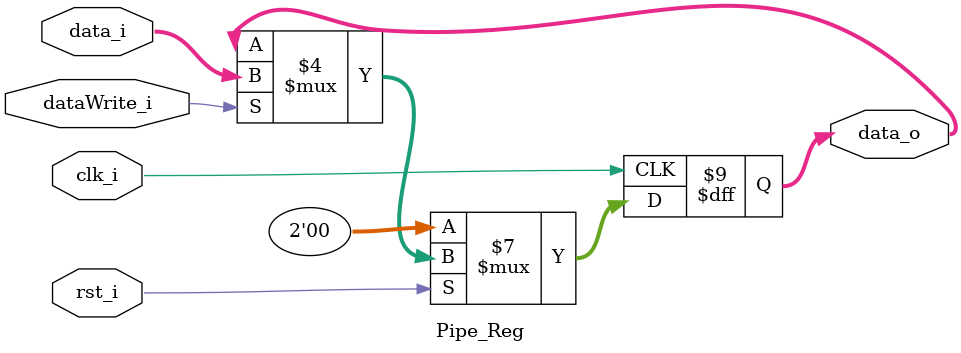
<source format=v>
`timescale 1ns / 1ps

module Pipe_Reg(
    clk_i,
    rst_i,
    data_i,
    dataWrite_i,
    data_o,
);
					
parameter size = 0;

input dataWrite_i;
input   clk_i;		  
input   rst_i;
input   [size-1:0] data_i;
output reg  [size-1:0] data_o;
	  
always@(posedge clk_i) begin
    if(~rst_i)
        data_o <= 0;
    else if (dataWrite_i == 1'b1)
        data_o <= data_i;
end

endmodule	
</source>
